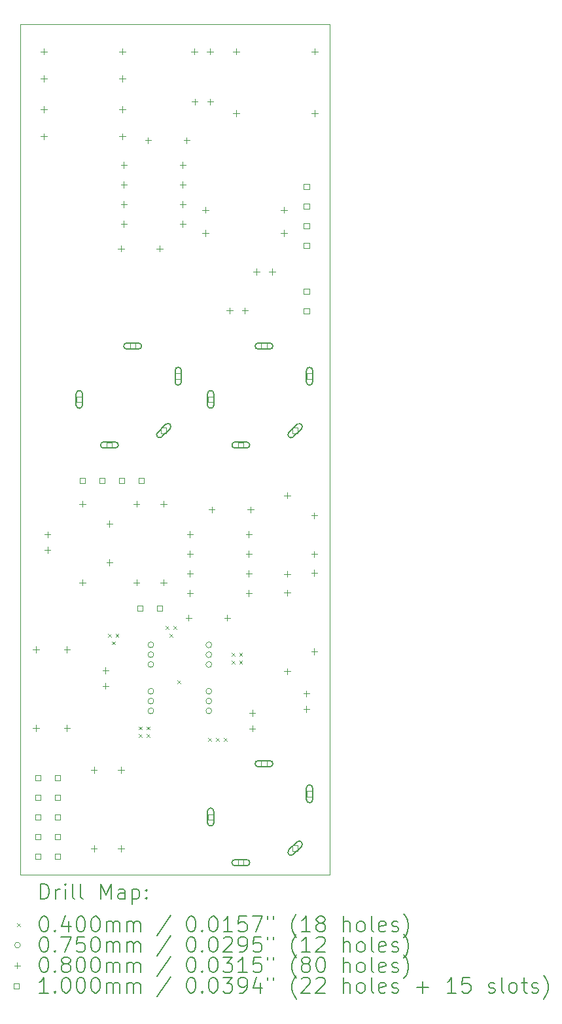
<source format=gbr>
%FSLAX45Y45*%
G04 Gerber Fmt 4.5, Leading zero omitted, Abs format (unit mm)*
G04 Created by KiCad (PCBNEW (6.0.0)) date 2022-04-30 23:24:47*
%MOMM*%
%LPD*%
G01*
G04 APERTURE LIST*
%TA.AperFunction,Profile*%
%ADD10C,0.050000*%
%TD*%
%ADD11C,0.200000*%
%ADD12C,0.040000*%
%ADD13C,0.075000*%
%ADD14C,0.080000*%
%ADD15C,0.100000*%
G04 APERTURE END LIST*
D10*
X16150000Y-3100000D02*
X16150000Y-14100000D01*
X16150000Y-3100000D02*
X20150000Y-3100000D01*
X20150000Y-14100000D02*
X16150000Y-14100000D01*
X20150000Y-3100000D02*
X20150000Y-14100000D01*
D11*
D12*
X17280000Y-10980000D02*
X17320000Y-11020000D01*
X17320000Y-10980000D02*
X17280000Y-11020000D01*
X17330000Y-11080000D02*
X17370000Y-11120000D01*
X17370000Y-11080000D02*
X17330000Y-11120000D01*
X17380000Y-10980000D02*
X17420000Y-11020000D01*
X17420000Y-10980000D02*
X17380000Y-11020000D01*
X17680000Y-12180000D02*
X17720000Y-12220000D01*
X17720000Y-12180000D02*
X17680000Y-12220000D01*
X17680000Y-12280000D02*
X17720000Y-12320000D01*
X17720000Y-12280000D02*
X17680000Y-12320000D01*
X17780000Y-12180000D02*
X17820000Y-12220000D01*
X17820000Y-12180000D02*
X17780000Y-12220000D01*
X17780000Y-12280000D02*
X17820000Y-12320000D01*
X17820000Y-12280000D02*
X17780000Y-12320000D01*
X18030000Y-10880000D02*
X18070000Y-10920000D01*
X18070000Y-10880000D02*
X18030000Y-10920000D01*
X18080000Y-10980000D02*
X18120000Y-11020000D01*
X18120000Y-10980000D02*
X18080000Y-11020000D01*
X18130000Y-10880000D02*
X18170000Y-10920000D01*
X18170000Y-10880000D02*
X18130000Y-10920000D01*
X18180000Y-11580000D02*
X18220000Y-11620000D01*
X18220000Y-11580000D02*
X18180000Y-11620000D01*
X18580000Y-12330000D02*
X18620000Y-12370000D01*
X18620000Y-12330000D02*
X18580000Y-12370000D01*
X18680000Y-12330000D02*
X18720000Y-12370000D01*
X18720000Y-12330000D02*
X18680000Y-12370000D01*
X18780000Y-12330000D02*
X18820000Y-12370000D01*
X18820000Y-12330000D02*
X18780000Y-12370000D01*
X18880000Y-11230000D02*
X18920000Y-11270000D01*
X18920000Y-11230000D02*
X18880000Y-11270000D01*
X18880000Y-11330000D02*
X18920000Y-11370000D01*
X18920000Y-11330000D02*
X18880000Y-11370000D01*
X18980000Y-11230000D02*
X19020000Y-11270000D01*
X19020000Y-11230000D02*
X18980000Y-11270000D01*
X18980000Y-11330000D02*
X19020000Y-11370000D01*
X19020000Y-11330000D02*
X18980000Y-11370000D01*
D13*
X17873500Y-11123000D02*
G75*
G03*
X17873500Y-11123000I-37500J0D01*
G01*
X17873500Y-11250000D02*
G75*
G03*
X17873500Y-11250000I-37500J0D01*
G01*
X17873500Y-11377000D02*
G75*
G03*
X17873500Y-11377000I-37500J0D01*
G01*
X17873500Y-11723000D02*
G75*
G03*
X17873500Y-11723000I-37500J0D01*
G01*
X17873500Y-11850000D02*
G75*
G03*
X17873500Y-11850000I-37500J0D01*
G01*
X17873500Y-11977000D02*
G75*
G03*
X17873500Y-11977000I-37500J0D01*
G01*
X18623500Y-11123000D02*
G75*
G03*
X18623500Y-11123000I-37500J0D01*
G01*
X18623500Y-11250000D02*
G75*
G03*
X18623500Y-11250000I-37500J0D01*
G01*
X18623500Y-11377000D02*
G75*
G03*
X18623500Y-11377000I-37500J0D01*
G01*
X18623500Y-11723000D02*
G75*
G03*
X18623500Y-11723000I-37500J0D01*
G01*
X18623500Y-11850000D02*
G75*
G03*
X18623500Y-11850000I-37500J0D01*
G01*
X18623500Y-11977000D02*
G75*
G03*
X18623500Y-11977000I-37500J0D01*
G01*
D14*
X16350000Y-11144000D02*
X16350000Y-11224000D01*
X16310000Y-11184000D02*
X16390000Y-11184000D01*
X16350000Y-12160000D02*
X16350000Y-12240000D01*
X16310000Y-12200000D02*
X16390000Y-12200000D01*
X16450000Y-3410000D02*
X16450000Y-3490000D01*
X16410000Y-3450000D02*
X16490000Y-3450000D01*
X16450000Y-3760000D02*
X16450000Y-3840000D01*
X16410000Y-3800000D02*
X16490000Y-3800000D01*
X16450000Y-4160000D02*
X16450000Y-4240000D01*
X16410000Y-4200000D02*
X16490000Y-4200000D01*
X16450000Y-4510000D02*
X16450000Y-4590000D01*
X16410000Y-4550000D02*
X16490000Y-4550000D01*
X16500000Y-9655511D02*
X16500000Y-9735511D01*
X16460000Y-9695511D02*
X16540000Y-9695511D01*
X16500000Y-9855511D02*
X16500000Y-9935511D01*
X16460000Y-9895511D02*
X16540000Y-9895511D01*
X16750000Y-11144000D02*
X16750000Y-11224000D01*
X16710000Y-11184000D02*
X16790000Y-11184000D01*
X16750000Y-12160000D02*
X16750000Y-12240000D01*
X16710000Y-12200000D02*
X16790000Y-12200000D01*
X16950000Y-9260000D02*
X16950000Y-9340000D01*
X16910000Y-9300000D02*
X16990000Y-9300000D01*
X16950000Y-10276000D02*
X16950000Y-10356000D01*
X16910000Y-10316000D02*
X16990000Y-10316000D01*
X17100000Y-12702000D02*
X17100000Y-12782000D01*
X17060000Y-12742000D02*
X17140000Y-12742000D01*
X17100000Y-13718000D02*
X17100000Y-13798000D01*
X17060000Y-13758000D02*
X17140000Y-13758000D01*
X17250000Y-11414489D02*
X17250000Y-11494489D01*
X17210000Y-11454489D02*
X17290000Y-11454489D01*
X17250000Y-11614489D02*
X17250000Y-11694489D01*
X17210000Y-11654489D02*
X17290000Y-11654489D01*
X17300000Y-9518000D02*
X17300000Y-9598000D01*
X17260000Y-9558000D02*
X17340000Y-9558000D01*
X17300000Y-10018000D02*
X17300000Y-10098000D01*
X17260000Y-10058000D02*
X17340000Y-10058000D01*
X17450000Y-5960000D02*
X17450000Y-6040000D01*
X17410000Y-6000000D02*
X17490000Y-6000000D01*
X17450000Y-12702000D02*
X17450000Y-12782000D01*
X17410000Y-12742000D02*
X17490000Y-12742000D01*
X17450000Y-13718000D02*
X17450000Y-13798000D01*
X17410000Y-13758000D02*
X17490000Y-13758000D01*
X17466000Y-3410000D02*
X17466000Y-3490000D01*
X17426000Y-3450000D02*
X17506000Y-3450000D01*
X17466000Y-3760000D02*
X17466000Y-3840000D01*
X17426000Y-3800000D02*
X17506000Y-3800000D01*
X17466000Y-4160000D02*
X17466000Y-4240000D01*
X17426000Y-4200000D02*
X17506000Y-4200000D01*
X17466000Y-4510000D02*
X17466000Y-4590000D01*
X17426000Y-4550000D02*
X17506000Y-4550000D01*
X17488000Y-4878000D02*
X17488000Y-4958000D01*
X17448000Y-4918000D02*
X17528000Y-4918000D01*
X17488000Y-5132000D02*
X17488000Y-5212000D01*
X17448000Y-5172000D02*
X17528000Y-5172000D01*
X17488000Y-5386000D02*
X17488000Y-5466000D01*
X17448000Y-5426000D02*
X17528000Y-5426000D01*
X17488000Y-5640000D02*
X17488000Y-5720000D01*
X17448000Y-5680000D02*
X17528000Y-5680000D01*
X17650000Y-9260000D02*
X17650000Y-9340000D01*
X17610000Y-9300000D02*
X17690000Y-9300000D01*
X17650000Y-10276000D02*
X17650000Y-10356000D01*
X17610000Y-10316000D02*
X17690000Y-10316000D01*
X17800000Y-4560000D02*
X17800000Y-4640000D01*
X17760000Y-4600000D02*
X17840000Y-4600000D01*
X17950000Y-5960000D02*
X17950000Y-6040000D01*
X17910000Y-6000000D02*
X17990000Y-6000000D01*
X18000000Y-9260000D02*
X18000000Y-9340000D01*
X17960000Y-9300000D02*
X18040000Y-9300000D01*
X18000000Y-10276000D02*
X18000000Y-10356000D01*
X17960000Y-10316000D02*
X18040000Y-10316000D01*
X18250000Y-4878000D02*
X18250000Y-4958000D01*
X18210000Y-4918000D02*
X18290000Y-4918000D01*
X18250000Y-5132000D02*
X18250000Y-5212000D01*
X18210000Y-5172000D02*
X18290000Y-5172000D01*
X18250000Y-5386000D02*
X18250000Y-5466000D01*
X18210000Y-5426000D02*
X18290000Y-5426000D01*
X18250000Y-5640000D02*
X18250000Y-5720000D01*
X18210000Y-5680000D02*
X18290000Y-5680000D01*
X18300000Y-4560000D02*
X18300000Y-4640000D01*
X18260000Y-4600000D02*
X18340000Y-4600000D01*
X18325000Y-10735000D02*
X18325000Y-10815000D01*
X18285000Y-10775000D02*
X18365000Y-10775000D01*
X18343000Y-9653000D02*
X18343000Y-9733000D01*
X18303000Y-9693000D02*
X18383000Y-9693000D01*
X18343000Y-9907000D02*
X18343000Y-9987000D01*
X18303000Y-9947000D02*
X18383000Y-9947000D01*
X18343000Y-10161000D02*
X18343000Y-10241000D01*
X18303000Y-10201000D02*
X18383000Y-10201000D01*
X18343000Y-10415000D02*
X18343000Y-10495000D01*
X18303000Y-10455000D02*
X18383000Y-10455000D01*
X18400000Y-3410000D02*
X18400000Y-3490000D01*
X18360000Y-3450000D02*
X18440000Y-3450000D01*
X18404489Y-4060000D02*
X18404489Y-4140000D01*
X18364489Y-4100000D02*
X18444489Y-4100000D01*
X18542000Y-5460000D02*
X18542000Y-5540000D01*
X18502000Y-5500000D02*
X18582000Y-5500000D01*
X18542000Y-5760000D02*
X18542000Y-5840000D01*
X18502000Y-5800000D02*
X18582000Y-5800000D01*
X18600000Y-3410000D02*
X18600000Y-3490000D01*
X18560000Y-3450000D02*
X18640000Y-3450000D01*
X18604489Y-4060000D02*
X18604489Y-4140000D01*
X18564489Y-4100000D02*
X18644489Y-4100000D01*
X18625000Y-9335000D02*
X18625000Y-9415000D01*
X18585000Y-9375000D02*
X18665000Y-9375000D01*
X18825000Y-10735000D02*
X18825000Y-10815000D01*
X18785000Y-10775000D02*
X18865000Y-10775000D01*
X18854489Y-6760000D02*
X18854489Y-6840000D01*
X18814489Y-6800000D02*
X18894489Y-6800000D01*
X18942000Y-3410000D02*
X18942000Y-3490000D01*
X18902000Y-3450000D02*
X18982000Y-3450000D01*
X18942000Y-4210000D02*
X18942000Y-4290000D01*
X18902000Y-4250000D02*
X18982000Y-4250000D01*
X19054489Y-6760000D02*
X19054489Y-6840000D01*
X19014489Y-6800000D02*
X19094489Y-6800000D01*
X19105000Y-9653000D02*
X19105000Y-9733000D01*
X19065000Y-9693000D02*
X19145000Y-9693000D01*
X19105000Y-9907000D02*
X19105000Y-9987000D01*
X19065000Y-9947000D02*
X19145000Y-9947000D01*
X19105000Y-10161000D02*
X19105000Y-10241000D01*
X19065000Y-10201000D02*
X19145000Y-10201000D01*
X19105000Y-10415000D02*
X19105000Y-10495000D01*
X19065000Y-10455000D02*
X19145000Y-10455000D01*
X19125000Y-9335000D02*
X19125000Y-9415000D01*
X19085000Y-9375000D02*
X19165000Y-9375000D01*
X19150000Y-11964489D02*
X19150000Y-12044489D01*
X19110000Y-12004489D02*
X19190000Y-12004489D01*
X19150000Y-12164489D02*
X19150000Y-12244489D01*
X19110000Y-12204489D02*
X19190000Y-12204489D01*
X19204489Y-6260000D02*
X19204489Y-6340000D01*
X19164489Y-6300000D02*
X19244489Y-6300000D01*
X19404489Y-6260000D02*
X19404489Y-6340000D01*
X19364489Y-6300000D02*
X19444489Y-6300000D01*
X19558000Y-5460000D02*
X19558000Y-5540000D01*
X19518000Y-5500000D02*
X19598000Y-5500000D01*
X19558000Y-5760000D02*
X19558000Y-5840000D01*
X19518000Y-5800000D02*
X19598000Y-5800000D01*
X19600000Y-9152000D02*
X19600000Y-9232000D01*
X19560000Y-9192000D02*
X19640000Y-9192000D01*
X19600000Y-10168000D02*
X19600000Y-10248000D01*
X19560000Y-10208000D02*
X19640000Y-10208000D01*
X19600000Y-10410000D02*
X19600000Y-10490000D01*
X19560000Y-10450000D02*
X19640000Y-10450000D01*
X19600000Y-11426000D02*
X19600000Y-11506000D01*
X19560000Y-11466000D02*
X19640000Y-11466000D01*
X19850000Y-11714489D02*
X19850000Y-11794489D01*
X19810000Y-11754489D02*
X19890000Y-11754489D01*
X19850000Y-11914489D02*
X19850000Y-11994489D01*
X19810000Y-11954489D02*
X19890000Y-11954489D01*
X19950000Y-9410000D02*
X19950000Y-9490000D01*
X19910000Y-9450000D02*
X19990000Y-9450000D01*
X19950000Y-9910000D02*
X19950000Y-9990000D01*
X19910000Y-9950000D02*
X19990000Y-9950000D01*
X19950000Y-10152000D02*
X19950000Y-10232000D01*
X19910000Y-10192000D02*
X19990000Y-10192000D01*
X19950000Y-11168000D02*
X19950000Y-11248000D01*
X19910000Y-11208000D02*
X19990000Y-11208000D01*
X19958000Y-3410000D02*
X19958000Y-3490000D01*
X19918000Y-3450000D02*
X19998000Y-3450000D01*
X19958000Y-4210000D02*
X19958000Y-4290000D01*
X19918000Y-4250000D02*
X19998000Y-4250000D01*
D15*
X16408856Y-12877856D02*
X16408856Y-12807144D01*
X16338144Y-12807144D01*
X16338144Y-12877856D01*
X16408856Y-12877856D01*
X16408856Y-13131856D02*
X16408856Y-13061144D01*
X16338144Y-13061144D01*
X16338144Y-13131856D01*
X16408856Y-13131856D01*
X16408856Y-13385856D02*
X16408856Y-13315144D01*
X16338144Y-13315144D01*
X16338144Y-13385856D01*
X16408856Y-13385856D01*
X16408856Y-13639856D02*
X16408856Y-13569144D01*
X16338144Y-13569144D01*
X16338144Y-13639856D01*
X16408856Y-13639856D01*
X16408856Y-13893856D02*
X16408856Y-13823144D01*
X16338144Y-13823144D01*
X16338144Y-13893856D01*
X16408856Y-13893856D01*
X16662856Y-12877856D02*
X16662856Y-12807144D01*
X16592144Y-12807144D01*
X16592144Y-12877856D01*
X16662856Y-12877856D01*
X16662856Y-13131856D02*
X16662856Y-13061144D01*
X16592144Y-13061144D01*
X16592144Y-13131856D01*
X16662856Y-13131856D01*
X16662856Y-13385856D02*
X16662856Y-13315144D01*
X16592144Y-13315144D01*
X16592144Y-13385856D01*
X16662856Y-13385856D01*
X16662856Y-13639856D02*
X16662856Y-13569144D01*
X16592144Y-13569144D01*
X16592144Y-13639856D01*
X16662856Y-13639856D01*
X16662856Y-13893856D02*
X16662856Y-13823144D01*
X16592144Y-13823144D01*
X16592144Y-13893856D01*
X16662856Y-13893856D01*
X16945356Y-7985356D02*
X16945356Y-7914644D01*
X16874644Y-7914644D01*
X16874644Y-7985356D01*
X16945356Y-7985356D01*
D11*
X16870000Y-7875000D02*
X16870000Y-8025000D01*
X16950000Y-7875000D02*
X16950000Y-8025000D01*
X16870000Y-8025000D02*
G75*
G03*
X16950000Y-8025000I40000J0D01*
G01*
X16950000Y-7875000D02*
G75*
G03*
X16870000Y-7875000I-40000J0D01*
G01*
D15*
X16985356Y-9035356D02*
X16985356Y-8964644D01*
X16914644Y-8964644D01*
X16914644Y-9035356D01*
X16985356Y-9035356D01*
X17239356Y-9035356D02*
X17239356Y-8964644D01*
X17168644Y-8964644D01*
X17168644Y-9035356D01*
X17239356Y-9035356D01*
X17335356Y-8575356D02*
X17335356Y-8504644D01*
X17264644Y-8504644D01*
X17264644Y-8575356D01*
X17335356Y-8575356D01*
D11*
X17375000Y-8500000D02*
X17225000Y-8500000D01*
X17375000Y-8580000D02*
X17225000Y-8580000D01*
X17225000Y-8500000D02*
G75*
G03*
X17225000Y-8580000I0J-40000D01*
G01*
X17375000Y-8580000D02*
G75*
G03*
X17375000Y-8500000I0J40000D01*
G01*
D15*
X17493356Y-9035356D02*
X17493356Y-8964644D01*
X17422644Y-8964644D01*
X17422644Y-9035356D01*
X17493356Y-9035356D01*
X17635356Y-7295356D02*
X17635356Y-7224644D01*
X17564644Y-7224644D01*
X17564644Y-7295356D01*
X17635356Y-7295356D01*
D11*
X17675000Y-7220000D02*
X17525000Y-7220000D01*
X17675000Y-7300000D02*
X17525000Y-7300000D01*
X17525000Y-7220000D02*
G75*
G03*
X17525000Y-7300000I0J-40000D01*
G01*
X17675000Y-7300000D02*
G75*
G03*
X17675000Y-7220000I0J40000D01*
G01*
D15*
X17731356Y-10685356D02*
X17731356Y-10614644D01*
X17660644Y-10614644D01*
X17660644Y-10685356D01*
X17731356Y-10685356D01*
X17747356Y-9035356D02*
X17747356Y-8964644D01*
X17676644Y-8964644D01*
X17676644Y-9035356D01*
X17747356Y-9035356D01*
X17985356Y-10685356D02*
X17985356Y-10614644D01*
X17914644Y-10614644D01*
X17914644Y-10685356D01*
X17985356Y-10685356D01*
X18038356Y-8388356D02*
X18038356Y-8317644D01*
X17967644Y-8317644D01*
X17967644Y-8388356D01*
X18038356Y-8388356D01*
D11*
X17978251Y-8434317D02*
X18084317Y-8328251D01*
X17921683Y-8377749D02*
X18027749Y-8271683D01*
X18084317Y-8328251D02*
G75*
G03*
X18027749Y-8271683I-28284J28284D01*
G01*
X17921683Y-8377749D02*
G75*
G03*
X17978251Y-8434317I28284J-28284D01*
G01*
D15*
X18225356Y-7685356D02*
X18225356Y-7614644D01*
X18154644Y-7614644D01*
X18154644Y-7685356D01*
X18225356Y-7685356D01*
D11*
X18230000Y-7725000D02*
X18230000Y-7575000D01*
X18150000Y-7725000D02*
X18150000Y-7575000D01*
X18230000Y-7575000D02*
G75*
G03*
X18150000Y-7575000I-40000J0D01*
G01*
X18150000Y-7725000D02*
G75*
G03*
X18230000Y-7725000I40000J0D01*
G01*
D15*
X18645356Y-7985356D02*
X18645356Y-7914644D01*
X18574644Y-7914644D01*
X18574644Y-7985356D01*
X18645356Y-7985356D01*
D11*
X18570000Y-7875000D02*
X18570000Y-8025000D01*
X18650000Y-7875000D02*
X18650000Y-8025000D01*
X18570000Y-8025000D02*
G75*
G03*
X18650000Y-8025000I40000J0D01*
G01*
X18650000Y-7875000D02*
G75*
G03*
X18570000Y-7875000I-40000J0D01*
G01*
D15*
X18645356Y-13385356D02*
X18645356Y-13314644D01*
X18574644Y-13314644D01*
X18574644Y-13385356D01*
X18645356Y-13385356D01*
D11*
X18570000Y-13275000D02*
X18570000Y-13425000D01*
X18650000Y-13275000D02*
X18650000Y-13425000D01*
X18570000Y-13425000D02*
G75*
G03*
X18650000Y-13425000I40000J0D01*
G01*
X18650000Y-13275000D02*
G75*
G03*
X18570000Y-13275000I-40000J0D01*
G01*
D15*
X19035356Y-8575356D02*
X19035356Y-8504644D01*
X18964644Y-8504644D01*
X18964644Y-8575356D01*
X19035356Y-8575356D01*
D11*
X19075000Y-8500000D02*
X18925000Y-8500000D01*
X19075000Y-8580000D02*
X18925000Y-8580000D01*
X18925000Y-8500000D02*
G75*
G03*
X18925000Y-8580000I0J-40000D01*
G01*
X19075000Y-8580000D02*
G75*
G03*
X19075000Y-8500000I0J40000D01*
G01*
D15*
X19035356Y-13975356D02*
X19035356Y-13904644D01*
X18964644Y-13904644D01*
X18964644Y-13975356D01*
X19035356Y-13975356D01*
D11*
X19075000Y-13900000D02*
X18925000Y-13900000D01*
X19075000Y-13980000D02*
X18925000Y-13980000D01*
X18925000Y-13900000D02*
G75*
G03*
X18925000Y-13980000I0J-40000D01*
G01*
X19075000Y-13980000D02*
G75*
G03*
X19075000Y-13900000I0J40000D01*
G01*
D15*
X19335356Y-7295356D02*
X19335356Y-7224644D01*
X19264644Y-7224644D01*
X19264644Y-7295356D01*
X19335356Y-7295356D01*
D11*
X19375000Y-7220000D02*
X19225000Y-7220000D01*
X19375000Y-7300000D02*
X19225000Y-7300000D01*
X19225000Y-7220000D02*
G75*
G03*
X19225000Y-7300000I0J-40000D01*
G01*
X19375000Y-7300000D02*
G75*
G03*
X19375000Y-7220000I0J40000D01*
G01*
D15*
X19335356Y-12695356D02*
X19335356Y-12624644D01*
X19264644Y-12624644D01*
X19264644Y-12695356D01*
X19335356Y-12695356D01*
D11*
X19375000Y-12620000D02*
X19225000Y-12620000D01*
X19375000Y-12700000D02*
X19225000Y-12700000D01*
X19225000Y-12620000D02*
G75*
G03*
X19225000Y-12700000I0J-40000D01*
G01*
X19375000Y-12700000D02*
G75*
G03*
X19375000Y-12620000I0J40000D01*
G01*
D15*
X19738356Y-8388356D02*
X19738356Y-8317644D01*
X19667644Y-8317644D01*
X19667644Y-8388356D01*
X19738356Y-8388356D01*
D11*
X19678251Y-8434317D02*
X19784317Y-8328251D01*
X19621683Y-8377749D02*
X19727749Y-8271683D01*
X19784317Y-8328251D02*
G75*
G03*
X19727749Y-8271683I-28284J28284D01*
G01*
X19621683Y-8377749D02*
G75*
G03*
X19678251Y-8434317I28284J-28284D01*
G01*
D15*
X19738356Y-13788356D02*
X19738356Y-13717644D01*
X19667644Y-13717644D01*
X19667644Y-13788356D01*
X19738356Y-13788356D01*
D11*
X19678251Y-13834317D02*
X19784317Y-13728251D01*
X19621683Y-13777749D02*
X19727749Y-13671683D01*
X19784317Y-13728251D02*
G75*
G03*
X19727749Y-13671683I-28284J28284D01*
G01*
X19621683Y-13777749D02*
G75*
G03*
X19678251Y-13834317I28284J-28284D01*
G01*
D15*
X19885356Y-5235356D02*
X19885356Y-5164644D01*
X19814644Y-5164644D01*
X19814644Y-5235356D01*
X19885356Y-5235356D01*
X19885356Y-5489356D02*
X19885356Y-5418644D01*
X19814644Y-5418644D01*
X19814644Y-5489356D01*
X19885356Y-5489356D01*
X19885356Y-5743356D02*
X19885356Y-5672644D01*
X19814644Y-5672644D01*
X19814644Y-5743356D01*
X19885356Y-5743356D01*
X19885356Y-5997356D02*
X19885356Y-5926644D01*
X19814644Y-5926644D01*
X19814644Y-5997356D01*
X19885356Y-5997356D01*
X19885356Y-6585356D02*
X19885356Y-6514644D01*
X19814644Y-6514644D01*
X19814644Y-6585356D01*
X19885356Y-6585356D01*
X19885356Y-6839356D02*
X19885356Y-6768644D01*
X19814644Y-6768644D01*
X19814644Y-6839356D01*
X19885356Y-6839356D01*
X19925356Y-7685356D02*
X19925356Y-7614644D01*
X19854644Y-7614644D01*
X19854644Y-7685356D01*
X19925356Y-7685356D01*
D11*
X19930000Y-7725000D02*
X19930000Y-7575000D01*
X19850000Y-7725000D02*
X19850000Y-7575000D01*
X19930000Y-7575000D02*
G75*
G03*
X19850000Y-7575000I-40000J0D01*
G01*
X19850000Y-7725000D02*
G75*
G03*
X19930000Y-7725000I40000J0D01*
G01*
D15*
X19925356Y-13085356D02*
X19925356Y-13014644D01*
X19854644Y-13014644D01*
X19854644Y-13085356D01*
X19925356Y-13085356D01*
D11*
X19930000Y-13125000D02*
X19930000Y-12975000D01*
X19850000Y-13125000D02*
X19850000Y-12975000D01*
X19930000Y-12975000D02*
G75*
G03*
X19850000Y-12975000I-40000J0D01*
G01*
X19850000Y-13125000D02*
G75*
G03*
X19930000Y-13125000I40000J0D01*
G01*
X16405119Y-14412976D02*
X16405119Y-14212976D01*
X16452738Y-14212976D01*
X16481309Y-14222500D01*
X16500357Y-14241548D01*
X16509881Y-14260595D01*
X16519405Y-14298690D01*
X16519405Y-14327262D01*
X16509881Y-14365357D01*
X16500357Y-14384405D01*
X16481309Y-14403452D01*
X16452738Y-14412976D01*
X16405119Y-14412976D01*
X16605119Y-14412976D02*
X16605119Y-14279643D01*
X16605119Y-14317738D02*
X16614643Y-14298690D01*
X16624167Y-14289167D01*
X16643214Y-14279643D01*
X16662262Y-14279643D01*
X16728928Y-14412976D02*
X16728928Y-14279643D01*
X16728928Y-14212976D02*
X16719405Y-14222500D01*
X16728928Y-14232024D01*
X16738452Y-14222500D01*
X16728928Y-14212976D01*
X16728928Y-14232024D01*
X16852738Y-14412976D02*
X16833690Y-14403452D01*
X16824167Y-14384405D01*
X16824167Y-14212976D01*
X16957500Y-14412976D02*
X16938452Y-14403452D01*
X16928929Y-14384405D01*
X16928929Y-14212976D01*
X17186071Y-14412976D02*
X17186071Y-14212976D01*
X17252738Y-14355833D01*
X17319405Y-14212976D01*
X17319405Y-14412976D01*
X17500357Y-14412976D02*
X17500357Y-14308214D01*
X17490833Y-14289167D01*
X17471786Y-14279643D01*
X17433690Y-14279643D01*
X17414643Y-14289167D01*
X17500357Y-14403452D02*
X17481310Y-14412976D01*
X17433690Y-14412976D01*
X17414643Y-14403452D01*
X17405119Y-14384405D01*
X17405119Y-14365357D01*
X17414643Y-14346309D01*
X17433690Y-14336786D01*
X17481310Y-14336786D01*
X17500357Y-14327262D01*
X17595595Y-14279643D02*
X17595595Y-14479643D01*
X17595595Y-14289167D02*
X17614643Y-14279643D01*
X17652738Y-14279643D01*
X17671786Y-14289167D01*
X17681310Y-14298690D01*
X17690833Y-14317738D01*
X17690833Y-14374881D01*
X17681310Y-14393928D01*
X17671786Y-14403452D01*
X17652738Y-14412976D01*
X17614643Y-14412976D01*
X17595595Y-14403452D01*
X17776548Y-14393928D02*
X17786071Y-14403452D01*
X17776548Y-14412976D01*
X17767024Y-14403452D01*
X17776548Y-14393928D01*
X17776548Y-14412976D01*
X17776548Y-14289167D02*
X17786071Y-14298690D01*
X17776548Y-14308214D01*
X17767024Y-14298690D01*
X17776548Y-14289167D01*
X17776548Y-14308214D01*
D12*
X16107500Y-14722500D02*
X16147500Y-14762500D01*
X16147500Y-14722500D02*
X16107500Y-14762500D01*
D11*
X16443214Y-14632976D02*
X16462262Y-14632976D01*
X16481309Y-14642500D01*
X16490833Y-14652024D01*
X16500357Y-14671071D01*
X16509881Y-14709167D01*
X16509881Y-14756786D01*
X16500357Y-14794881D01*
X16490833Y-14813928D01*
X16481309Y-14823452D01*
X16462262Y-14832976D01*
X16443214Y-14832976D01*
X16424167Y-14823452D01*
X16414643Y-14813928D01*
X16405119Y-14794881D01*
X16395595Y-14756786D01*
X16395595Y-14709167D01*
X16405119Y-14671071D01*
X16414643Y-14652024D01*
X16424167Y-14642500D01*
X16443214Y-14632976D01*
X16595595Y-14813928D02*
X16605119Y-14823452D01*
X16595595Y-14832976D01*
X16586071Y-14823452D01*
X16595595Y-14813928D01*
X16595595Y-14832976D01*
X16776548Y-14699643D02*
X16776548Y-14832976D01*
X16728928Y-14623452D02*
X16681309Y-14766309D01*
X16805119Y-14766309D01*
X16919405Y-14632976D02*
X16938452Y-14632976D01*
X16957500Y-14642500D01*
X16967024Y-14652024D01*
X16976548Y-14671071D01*
X16986071Y-14709167D01*
X16986071Y-14756786D01*
X16976548Y-14794881D01*
X16967024Y-14813928D01*
X16957500Y-14823452D01*
X16938452Y-14832976D01*
X16919405Y-14832976D01*
X16900357Y-14823452D01*
X16890833Y-14813928D01*
X16881310Y-14794881D01*
X16871786Y-14756786D01*
X16871786Y-14709167D01*
X16881310Y-14671071D01*
X16890833Y-14652024D01*
X16900357Y-14642500D01*
X16919405Y-14632976D01*
X17109881Y-14632976D02*
X17128929Y-14632976D01*
X17147976Y-14642500D01*
X17157500Y-14652024D01*
X17167024Y-14671071D01*
X17176548Y-14709167D01*
X17176548Y-14756786D01*
X17167024Y-14794881D01*
X17157500Y-14813928D01*
X17147976Y-14823452D01*
X17128929Y-14832976D01*
X17109881Y-14832976D01*
X17090833Y-14823452D01*
X17081310Y-14813928D01*
X17071786Y-14794881D01*
X17062262Y-14756786D01*
X17062262Y-14709167D01*
X17071786Y-14671071D01*
X17081310Y-14652024D01*
X17090833Y-14642500D01*
X17109881Y-14632976D01*
X17262262Y-14832976D02*
X17262262Y-14699643D01*
X17262262Y-14718690D02*
X17271786Y-14709167D01*
X17290833Y-14699643D01*
X17319405Y-14699643D01*
X17338452Y-14709167D01*
X17347976Y-14728214D01*
X17347976Y-14832976D01*
X17347976Y-14728214D02*
X17357500Y-14709167D01*
X17376548Y-14699643D01*
X17405119Y-14699643D01*
X17424167Y-14709167D01*
X17433690Y-14728214D01*
X17433690Y-14832976D01*
X17528929Y-14832976D02*
X17528929Y-14699643D01*
X17528929Y-14718690D02*
X17538452Y-14709167D01*
X17557500Y-14699643D01*
X17586071Y-14699643D01*
X17605119Y-14709167D01*
X17614643Y-14728214D01*
X17614643Y-14832976D01*
X17614643Y-14728214D02*
X17624167Y-14709167D01*
X17643214Y-14699643D01*
X17671786Y-14699643D01*
X17690833Y-14709167D01*
X17700357Y-14728214D01*
X17700357Y-14832976D01*
X18090833Y-14623452D02*
X17919405Y-14880595D01*
X18347976Y-14632976D02*
X18367024Y-14632976D01*
X18386071Y-14642500D01*
X18395595Y-14652024D01*
X18405119Y-14671071D01*
X18414643Y-14709167D01*
X18414643Y-14756786D01*
X18405119Y-14794881D01*
X18395595Y-14813928D01*
X18386071Y-14823452D01*
X18367024Y-14832976D01*
X18347976Y-14832976D01*
X18328929Y-14823452D01*
X18319405Y-14813928D01*
X18309881Y-14794881D01*
X18300357Y-14756786D01*
X18300357Y-14709167D01*
X18309881Y-14671071D01*
X18319405Y-14652024D01*
X18328929Y-14642500D01*
X18347976Y-14632976D01*
X18500357Y-14813928D02*
X18509881Y-14823452D01*
X18500357Y-14832976D01*
X18490833Y-14823452D01*
X18500357Y-14813928D01*
X18500357Y-14832976D01*
X18633690Y-14632976D02*
X18652738Y-14632976D01*
X18671786Y-14642500D01*
X18681310Y-14652024D01*
X18690833Y-14671071D01*
X18700357Y-14709167D01*
X18700357Y-14756786D01*
X18690833Y-14794881D01*
X18681310Y-14813928D01*
X18671786Y-14823452D01*
X18652738Y-14832976D01*
X18633690Y-14832976D01*
X18614643Y-14823452D01*
X18605119Y-14813928D01*
X18595595Y-14794881D01*
X18586071Y-14756786D01*
X18586071Y-14709167D01*
X18595595Y-14671071D01*
X18605119Y-14652024D01*
X18614643Y-14642500D01*
X18633690Y-14632976D01*
X18890833Y-14832976D02*
X18776548Y-14832976D01*
X18833690Y-14832976D02*
X18833690Y-14632976D01*
X18814643Y-14661548D01*
X18795595Y-14680595D01*
X18776548Y-14690119D01*
X19071786Y-14632976D02*
X18976548Y-14632976D01*
X18967024Y-14728214D01*
X18976548Y-14718690D01*
X18995595Y-14709167D01*
X19043214Y-14709167D01*
X19062262Y-14718690D01*
X19071786Y-14728214D01*
X19081310Y-14747262D01*
X19081310Y-14794881D01*
X19071786Y-14813928D01*
X19062262Y-14823452D01*
X19043214Y-14832976D01*
X18995595Y-14832976D01*
X18976548Y-14823452D01*
X18967024Y-14813928D01*
X19147976Y-14632976D02*
X19281310Y-14632976D01*
X19195595Y-14832976D01*
X19347976Y-14632976D02*
X19347976Y-14671071D01*
X19424167Y-14632976D02*
X19424167Y-14671071D01*
X19719405Y-14909167D02*
X19709881Y-14899643D01*
X19690833Y-14871071D01*
X19681310Y-14852024D01*
X19671786Y-14823452D01*
X19662262Y-14775833D01*
X19662262Y-14737738D01*
X19671786Y-14690119D01*
X19681310Y-14661548D01*
X19690833Y-14642500D01*
X19709881Y-14613928D01*
X19719405Y-14604405D01*
X19900357Y-14832976D02*
X19786071Y-14832976D01*
X19843214Y-14832976D02*
X19843214Y-14632976D01*
X19824167Y-14661548D01*
X19805119Y-14680595D01*
X19786071Y-14690119D01*
X20014643Y-14718690D02*
X19995595Y-14709167D01*
X19986071Y-14699643D01*
X19976548Y-14680595D01*
X19976548Y-14671071D01*
X19986071Y-14652024D01*
X19995595Y-14642500D01*
X20014643Y-14632976D01*
X20052738Y-14632976D01*
X20071786Y-14642500D01*
X20081310Y-14652024D01*
X20090833Y-14671071D01*
X20090833Y-14680595D01*
X20081310Y-14699643D01*
X20071786Y-14709167D01*
X20052738Y-14718690D01*
X20014643Y-14718690D01*
X19995595Y-14728214D01*
X19986071Y-14737738D01*
X19976548Y-14756786D01*
X19976548Y-14794881D01*
X19986071Y-14813928D01*
X19995595Y-14823452D01*
X20014643Y-14832976D01*
X20052738Y-14832976D01*
X20071786Y-14823452D01*
X20081310Y-14813928D01*
X20090833Y-14794881D01*
X20090833Y-14756786D01*
X20081310Y-14737738D01*
X20071786Y-14728214D01*
X20052738Y-14718690D01*
X20328929Y-14832976D02*
X20328929Y-14632976D01*
X20414643Y-14832976D02*
X20414643Y-14728214D01*
X20405119Y-14709167D01*
X20386071Y-14699643D01*
X20357500Y-14699643D01*
X20338452Y-14709167D01*
X20328929Y-14718690D01*
X20538452Y-14832976D02*
X20519405Y-14823452D01*
X20509881Y-14813928D01*
X20500357Y-14794881D01*
X20500357Y-14737738D01*
X20509881Y-14718690D01*
X20519405Y-14709167D01*
X20538452Y-14699643D01*
X20567024Y-14699643D01*
X20586071Y-14709167D01*
X20595595Y-14718690D01*
X20605119Y-14737738D01*
X20605119Y-14794881D01*
X20595595Y-14813928D01*
X20586071Y-14823452D01*
X20567024Y-14832976D01*
X20538452Y-14832976D01*
X20719405Y-14832976D02*
X20700357Y-14823452D01*
X20690833Y-14804405D01*
X20690833Y-14632976D01*
X20871786Y-14823452D02*
X20852738Y-14832976D01*
X20814643Y-14832976D01*
X20795595Y-14823452D01*
X20786071Y-14804405D01*
X20786071Y-14728214D01*
X20795595Y-14709167D01*
X20814643Y-14699643D01*
X20852738Y-14699643D01*
X20871786Y-14709167D01*
X20881310Y-14728214D01*
X20881310Y-14747262D01*
X20786071Y-14766309D01*
X20957500Y-14823452D02*
X20976548Y-14832976D01*
X21014643Y-14832976D01*
X21033690Y-14823452D01*
X21043214Y-14804405D01*
X21043214Y-14794881D01*
X21033690Y-14775833D01*
X21014643Y-14766309D01*
X20986071Y-14766309D01*
X20967024Y-14756786D01*
X20957500Y-14737738D01*
X20957500Y-14728214D01*
X20967024Y-14709167D01*
X20986071Y-14699643D01*
X21014643Y-14699643D01*
X21033690Y-14709167D01*
X21109881Y-14909167D02*
X21119405Y-14899643D01*
X21138452Y-14871071D01*
X21147976Y-14852024D01*
X21157500Y-14823452D01*
X21167024Y-14775833D01*
X21167024Y-14737738D01*
X21157500Y-14690119D01*
X21147976Y-14661548D01*
X21138452Y-14642500D01*
X21119405Y-14613928D01*
X21109881Y-14604405D01*
D13*
X16147500Y-15006500D02*
G75*
G03*
X16147500Y-15006500I-37500J0D01*
G01*
D11*
X16443214Y-14896976D02*
X16462262Y-14896976D01*
X16481309Y-14906500D01*
X16490833Y-14916024D01*
X16500357Y-14935071D01*
X16509881Y-14973167D01*
X16509881Y-15020786D01*
X16500357Y-15058881D01*
X16490833Y-15077928D01*
X16481309Y-15087452D01*
X16462262Y-15096976D01*
X16443214Y-15096976D01*
X16424167Y-15087452D01*
X16414643Y-15077928D01*
X16405119Y-15058881D01*
X16395595Y-15020786D01*
X16395595Y-14973167D01*
X16405119Y-14935071D01*
X16414643Y-14916024D01*
X16424167Y-14906500D01*
X16443214Y-14896976D01*
X16595595Y-15077928D02*
X16605119Y-15087452D01*
X16595595Y-15096976D01*
X16586071Y-15087452D01*
X16595595Y-15077928D01*
X16595595Y-15096976D01*
X16671786Y-14896976D02*
X16805119Y-14896976D01*
X16719405Y-15096976D01*
X16976548Y-14896976D02*
X16881310Y-14896976D01*
X16871786Y-14992214D01*
X16881310Y-14982690D01*
X16900357Y-14973167D01*
X16947976Y-14973167D01*
X16967024Y-14982690D01*
X16976548Y-14992214D01*
X16986071Y-15011262D01*
X16986071Y-15058881D01*
X16976548Y-15077928D01*
X16967024Y-15087452D01*
X16947976Y-15096976D01*
X16900357Y-15096976D01*
X16881310Y-15087452D01*
X16871786Y-15077928D01*
X17109881Y-14896976D02*
X17128929Y-14896976D01*
X17147976Y-14906500D01*
X17157500Y-14916024D01*
X17167024Y-14935071D01*
X17176548Y-14973167D01*
X17176548Y-15020786D01*
X17167024Y-15058881D01*
X17157500Y-15077928D01*
X17147976Y-15087452D01*
X17128929Y-15096976D01*
X17109881Y-15096976D01*
X17090833Y-15087452D01*
X17081310Y-15077928D01*
X17071786Y-15058881D01*
X17062262Y-15020786D01*
X17062262Y-14973167D01*
X17071786Y-14935071D01*
X17081310Y-14916024D01*
X17090833Y-14906500D01*
X17109881Y-14896976D01*
X17262262Y-15096976D02*
X17262262Y-14963643D01*
X17262262Y-14982690D02*
X17271786Y-14973167D01*
X17290833Y-14963643D01*
X17319405Y-14963643D01*
X17338452Y-14973167D01*
X17347976Y-14992214D01*
X17347976Y-15096976D01*
X17347976Y-14992214D02*
X17357500Y-14973167D01*
X17376548Y-14963643D01*
X17405119Y-14963643D01*
X17424167Y-14973167D01*
X17433690Y-14992214D01*
X17433690Y-15096976D01*
X17528929Y-15096976D02*
X17528929Y-14963643D01*
X17528929Y-14982690D02*
X17538452Y-14973167D01*
X17557500Y-14963643D01*
X17586071Y-14963643D01*
X17605119Y-14973167D01*
X17614643Y-14992214D01*
X17614643Y-15096976D01*
X17614643Y-14992214D02*
X17624167Y-14973167D01*
X17643214Y-14963643D01*
X17671786Y-14963643D01*
X17690833Y-14973167D01*
X17700357Y-14992214D01*
X17700357Y-15096976D01*
X18090833Y-14887452D02*
X17919405Y-15144595D01*
X18347976Y-14896976D02*
X18367024Y-14896976D01*
X18386071Y-14906500D01*
X18395595Y-14916024D01*
X18405119Y-14935071D01*
X18414643Y-14973167D01*
X18414643Y-15020786D01*
X18405119Y-15058881D01*
X18395595Y-15077928D01*
X18386071Y-15087452D01*
X18367024Y-15096976D01*
X18347976Y-15096976D01*
X18328929Y-15087452D01*
X18319405Y-15077928D01*
X18309881Y-15058881D01*
X18300357Y-15020786D01*
X18300357Y-14973167D01*
X18309881Y-14935071D01*
X18319405Y-14916024D01*
X18328929Y-14906500D01*
X18347976Y-14896976D01*
X18500357Y-15077928D02*
X18509881Y-15087452D01*
X18500357Y-15096976D01*
X18490833Y-15087452D01*
X18500357Y-15077928D01*
X18500357Y-15096976D01*
X18633690Y-14896976D02*
X18652738Y-14896976D01*
X18671786Y-14906500D01*
X18681310Y-14916024D01*
X18690833Y-14935071D01*
X18700357Y-14973167D01*
X18700357Y-15020786D01*
X18690833Y-15058881D01*
X18681310Y-15077928D01*
X18671786Y-15087452D01*
X18652738Y-15096976D01*
X18633690Y-15096976D01*
X18614643Y-15087452D01*
X18605119Y-15077928D01*
X18595595Y-15058881D01*
X18586071Y-15020786D01*
X18586071Y-14973167D01*
X18595595Y-14935071D01*
X18605119Y-14916024D01*
X18614643Y-14906500D01*
X18633690Y-14896976D01*
X18776548Y-14916024D02*
X18786071Y-14906500D01*
X18805119Y-14896976D01*
X18852738Y-14896976D01*
X18871786Y-14906500D01*
X18881310Y-14916024D01*
X18890833Y-14935071D01*
X18890833Y-14954119D01*
X18881310Y-14982690D01*
X18767024Y-15096976D01*
X18890833Y-15096976D01*
X18986071Y-15096976D02*
X19024167Y-15096976D01*
X19043214Y-15087452D01*
X19052738Y-15077928D01*
X19071786Y-15049357D01*
X19081310Y-15011262D01*
X19081310Y-14935071D01*
X19071786Y-14916024D01*
X19062262Y-14906500D01*
X19043214Y-14896976D01*
X19005119Y-14896976D01*
X18986071Y-14906500D01*
X18976548Y-14916024D01*
X18967024Y-14935071D01*
X18967024Y-14982690D01*
X18976548Y-15001738D01*
X18986071Y-15011262D01*
X19005119Y-15020786D01*
X19043214Y-15020786D01*
X19062262Y-15011262D01*
X19071786Y-15001738D01*
X19081310Y-14982690D01*
X19262262Y-14896976D02*
X19167024Y-14896976D01*
X19157500Y-14992214D01*
X19167024Y-14982690D01*
X19186071Y-14973167D01*
X19233690Y-14973167D01*
X19252738Y-14982690D01*
X19262262Y-14992214D01*
X19271786Y-15011262D01*
X19271786Y-15058881D01*
X19262262Y-15077928D01*
X19252738Y-15087452D01*
X19233690Y-15096976D01*
X19186071Y-15096976D01*
X19167024Y-15087452D01*
X19157500Y-15077928D01*
X19347976Y-14896976D02*
X19347976Y-14935071D01*
X19424167Y-14896976D02*
X19424167Y-14935071D01*
X19719405Y-15173167D02*
X19709881Y-15163643D01*
X19690833Y-15135071D01*
X19681310Y-15116024D01*
X19671786Y-15087452D01*
X19662262Y-15039833D01*
X19662262Y-15001738D01*
X19671786Y-14954119D01*
X19681310Y-14925548D01*
X19690833Y-14906500D01*
X19709881Y-14877928D01*
X19719405Y-14868405D01*
X19900357Y-15096976D02*
X19786071Y-15096976D01*
X19843214Y-15096976D02*
X19843214Y-14896976D01*
X19824167Y-14925548D01*
X19805119Y-14944595D01*
X19786071Y-14954119D01*
X19976548Y-14916024D02*
X19986071Y-14906500D01*
X20005119Y-14896976D01*
X20052738Y-14896976D01*
X20071786Y-14906500D01*
X20081310Y-14916024D01*
X20090833Y-14935071D01*
X20090833Y-14954119D01*
X20081310Y-14982690D01*
X19967024Y-15096976D01*
X20090833Y-15096976D01*
X20328929Y-15096976D02*
X20328929Y-14896976D01*
X20414643Y-15096976D02*
X20414643Y-14992214D01*
X20405119Y-14973167D01*
X20386071Y-14963643D01*
X20357500Y-14963643D01*
X20338452Y-14973167D01*
X20328929Y-14982690D01*
X20538452Y-15096976D02*
X20519405Y-15087452D01*
X20509881Y-15077928D01*
X20500357Y-15058881D01*
X20500357Y-15001738D01*
X20509881Y-14982690D01*
X20519405Y-14973167D01*
X20538452Y-14963643D01*
X20567024Y-14963643D01*
X20586071Y-14973167D01*
X20595595Y-14982690D01*
X20605119Y-15001738D01*
X20605119Y-15058881D01*
X20595595Y-15077928D01*
X20586071Y-15087452D01*
X20567024Y-15096976D01*
X20538452Y-15096976D01*
X20719405Y-15096976D02*
X20700357Y-15087452D01*
X20690833Y-15068405D01*
X20690833Y-14896976D01*
X20871786Y-15087452D02*
X20852738Y-15096976D01*
X20814643Y-15096976D01*
X20795595Y-15087452D01*
X20786071Y-15068405D01*
X20786071Y-14992214D01*
X20795595Y-14973167D01*
X20814643Y-14963643D01*
X20852738Y-14963643D01*
X20871786Y-14973167D01*
X20881310Y-14992214D01*
X20881310Y-15011262D01*
X20786071Y-15030309D01*
X20957500Y-15087452D02*
X20976548Y-15096976D01*
X21014643Y-15096976D01*
X21033690Y-15087452D01*
X21043214Y-15068405D01*
X21043214Y-15058881D01*
X21033690Y-15039833D01*
X21014643Y-15030309D01*
X20986071Y-15030309D01*
X20967024Y-15020786D01*
X20957500Y-15001738D01*
X20957500Y-14992214D01*
X20967024Y-14973167D01*
X20986071Y-14963643D01*
X21014643Y-14963643D01*
X21033690Y-14973167D01*
X21109881Y-15173167D02*
X21119405Y-15163643D01*
X21138452Y-15135071D01*
X21147976Y-15116024D01*
X21157500Y-15087452D01*
X21167024Y-15039833D01*
X21167024Y-15001738D01*
X21157500Y-14954119D01*
X21147976Y-14925548D01*
X21138452Y-14906500D01*
X21119405Y-14877928D01*
X21109881Y-14868405D01*
D14*
X16107500Y-15230500D02*
X16107500Y-15310500D01*
X16067500Y-15270500D02*
X16147500Y-15270500D01*
D11*
X16443214Y-15160976D02*
X16462262Y-15160976D01*
X16481309Y-15170500D01*
X16490833Y-15180024D01*
X16500357Y-15199071D01*
X16509881Y-15237167D01*
X16509881Y-15284786D01*
X16500357Y-15322881D01*
X16490833Y-15341928D01*
X16481309Y-15351452D01*
X16462262Y-15360976D01*
X16443214Y-15360976D01*
X16424167Y-15351452D01*
X16414643Y-15341928D01*
X16405119Y-15322881D01*
X16395595Y-15284786D01*
X16395595Y-15237167D01*
X16405119Y-15199071D01*
X16414643Y-15180024D01*
X16424167Y-15170500D01*
X16443214Y-15160976D01*
X16595595Y-15341928D02*
X16605119Y-15351452D01*
X16595595Y-15360976D01*
X16586071Y-15351452D01*
X16595595Y-15341928D01*
X16595595Y-15360976D01*
X16719405Y-15246690D02*
X16700357Y-15237167D01*
X16690833Y-15227643D01*
X16681309Y-15208595D01*
X16681309Y-15199071D01*
X16690833Y-15180024D01*
X16700357Y-15170500D01*
X16719405Y-15160976D01*
X16757500Y-15160976D01*
X16776548Y-15170500D01*
X16786071Y-15180024D01*
X16795595Y-15199071D01*
X16795595Y-15208595D01*
X16786071Y-15227643D01*
X16776548Y-15237167D01*
X16757500Y-15246690D01*
X16719405Y-15246690D01*
X16700357Y-15256214D01*
X16690833Y-15265738D01*
X16681309Y-15284786D01*
X16681309Y-15322881D01*
X16690833Y-15341928D01*
X16700357Y-15351452D01*
X16719405Y-15360976D01*
X16757500Y-15360976D01*
X16776548Y-15351452D01*
X16786071Y-15341928D01*
X16795595Y-15322881D01*
X16795595Y-15284786D01*
X16786071Y-15265738D01*
X16776548Y-15256214D01*
X16757500Y-15246690D01*
X16919405Y-15160976D02*
X16938452Y-15160976D01*
X16957500Y-15170500D01*
X16967024Y-15180024D01*
X16976548Y-15199071D01*
X16986071Y-15237167D01*
X16986071Y-15284786D01*
X16976548Y-15322881D01*
X16967024Y-15341928D01*
X16957500Y-15351452D01*
X16938452Y-15360976D01*
X16919405Y-15360976D01*
X16900357Y-15351452D01*
X16890833Y-15341928D01*
X16881310Y-15322881D01*
X16871786Y-15284786D01*
X16871786Y-15237167D01*
X16881310Y-15199071D01*
X16890833Y-15180024D01*
X16900357Y-15170500D01*
X16919405Y-15160976D01*
X17109881Y-15160976D02*
X17128929Y-15160976D01*
X17147976Y-15170500D01*
X17157500Y-15180024D01*
X17167024Y-15199071D01*
X17176548Y-15237167D01*
X17176548Y-15284786D01*
X17167024Y-15322881D01*
X17157500Y-15341928D01*
X17147976Y-15351452D01*
X17128929Y-15360976D01*
X17109881Y-15360976D01*
X17090833Y-15351452D01*
X17081310Y-15341928D01*
X17071786Y-15322881D01*
X17062262Y-15284786D01*
X17062262Y-15237167D01*
X17071786Y-15199071D01*
X17081310Y-15180024D01*
X17090833Y-15170500D01*
X17109881Y-15160976D01*
X17262262Y-15360976D02*
X17262262Y-15227643D01*
X17262262Y-15246690D02*
X17271786Y-15237167D01*
X17290833Y-15227643D01*
X17319405Y-15227643D01*
X17338452Y-15237167D01*
X17347976Y-15256214D01*
X17347976Y-15360976D01*
X17347976Y-15256214D02*
X17357500Y-15237167D01*
X17376548Y-15227643D01*
X17405119Y-15227643D01*
X17424167Y-15237167D01*
X17433690Y-15256214D01*
X17433690Y-15360976D01*
X17528929Y-15360976D02*
X17528929Y-15227643D01*
X17528929Y-15246690D02*
X17538452Y-15237167D01*
X17557500Y-15227643D01*
X17586071Y-15227643D01*
X17605119Y-15237167D01*
X17614643Y-15256214D01*
X17614643Y-15360976D01*
X17614643Y-15256214D02*
X17624167Y-15237167D01*
X17643214Y-15227643D01*
X17671786Y-15227643D01*
X17690833Y-15237167D01*
X17700357Y-15256214D01*
X17700357Y-15360976D01*
X18090833Y-15151452D02*
X17919405Y-15408595D01*
X18347976Y-15160976D02*
X18367024Y-15160976D01*
X18386071Y-15170500D01*
X18395595Y-15180024D01*
X18405119Y-15199071D01*
X18414643Y-15237167D01*
X18414643Y-15284786D01*
X18405119Y-15322881D01*
X18395595Y-15341928D01*
X18386071Y-15351452D01*
X18367024Y-15360976D01*
X18347976Y-15360976D01*
X18328929Y-15351452D01*
X18319405Y-15341928D01*
X18309881Y-15322881D01*
X18300357Y-15284786D01*
X18300357Y-15237167D01*
X18309881Y-15199071D01*
X18319405Y-15180024D01*
X18328929Y-15170500D01*
X18347976Y-15160976D01*
X18500357Y-15341928D02*
X18509881Y-15351452D01*
X18500357Y-15360976D01*
X18490833Y-15351452D01*
X18500357Y-15341928D01*
X18500357Y-15360976D01*
X18633690Y-15160976D02*
X18652738Y-15160976D01*
X18671786Y-15170500D01*
X18681310Y-15180024D01*
X18690833Y-15199071D01*
X18700357Y-15237167D01*
X18700357Y-15284786D01*
X18690833Y-15322881D01*
X18681310Y-15341928D01*
X18671786Y-15351452D01*
X18652738Y-15360976D01*
X18633690Y-15360976D01*
X18614643Y-15351452D01*
X18605119Y-15341928D01*
X18595595Y-15322881D01*
X18586071Y-15284786D01*
X18586071Y-15237167D01*
X18595595Y-15199071D01*
X18605119Y-15180024D01*
X18614643Y-15170500D01*
X18633690Y-15160976D01*
X18767024Y-15160976D02*
X18890833Y-15160976D01*
X18824167Y-15237167D01*
X18852738Y-15237167D01*
X18871786Y-15246690D01*
X18881310Y-15256214D01*
X18890833Y-15275262D01*
X18890833Y-15322881D01*
X18881310Y-15341928D01*
X18871786Y-15351452D01*
X18852738Y-15360976D01*
X18795595Y-15360976D01*
X18776548Y-15351452D01*
X18767024Y-15341928D01*
X19081310Y-15360976D02*
X18967024Y-15360976D01*
X19024167Y-15360976D02*
X19024167Y-15160976D01*
X19005119Y-15189548D01*
X18986071Y-15208595D01*
X18967024Y-15218119D01*
X19262262Y-15160976D02*
X19167024Y-15160976D01*
X19157500Y-15256214D01*
X19167024Y-15246690D01*
X19186071Y-15237167D01*
X19233690Y-15237167D01*
X19252738Y-15246690D01*
X19262262Y-15256214D01*
X19271786Y-15275262D01*
X19271786Y-15322881D01*
X19262262Y-15341928D01*
X19252738Y-15351452D01*
X19233690Y-15360976D01*
X19186071Y-15360976D01*
X19167024Y-15351452D01*
X19157500Y-15341928D01*
X19347976Y-15160976D02*
X19347976Y-15199071D01*
X19424167Y-15160976D02*
X19424167Y-15199071D01*
X19719405Y-15437167D02*
X19709881Y-15427643D01*
X19690833Y-15399071D01*
X19681310Y-15380024D01*
X19671786Y-15351452D01*
X19662262Y-15303833D01*
X19662262Y-15265738D01*
X19671786Y-15218119D01*
X19681310Y-15189548D01*
X19690833Y-15170500D01*
X19709881Y-15141928D01*
X19719405Y-15132405D01*
X19824167Y-15246690D02*
X19805119Y-15237167D01*
X19795595Y-15227643D01*
X19786071Y-15208595D01*
X19786071Y-15199071D01*
X19795595Y-15180024D01*
X19805119Y-15170500D01*
X19824167Y-15160976D01*
X19862262Y-15160976D01*
X19881310Y-15170500D01*
X19890833Y-15180024D01*
X19900357Y-15199071D01*
X19900357Y-15208595D01*
X19890833Y-15227643D01*
X19881310Y-15237167D01*
X19862262Y-15246690D01*
X19824167Y-15246690D01*
X19805119Y-15256214D01*
X19795595Y-15265738D01*
X19786071Y-15284786D01*
X19786071Y-15322881D01*
X19795595Y-15341928D01*
X19805119Y-15351452D01*
X19824167Y-15360976D01*
X19862262Y-15360976D01*
X19881310Y-15351452D01*
X19890833Y-15341928D01*
X19900357Y-15322881D01*
X19900357Y-15284786D01*
X19890833Y-15265738D01*
X19881310Y-15256214D01*
X19862262Y-15246690D01*
X20024167Y-15160976D02*
X20043214Y-15160976D01*
X20062262Y-15170500D01*
X20071786Y-15180024D01*
X20081310Y-15199071D01*
X20090833Y-15237167D01*
X20090833Y-15284786D01*
X20081310Y-15322881D01*
X20071786Y-15341928D01*
X20062262Y-15351452D01*
X20043214Y-15360976D01*
X20024167Y-15360976D01*
X20005119Y-15351452D01*
X19995595Y-15341928D01*
X19986071Y-15322881D01*
X19976548Y-15284786D01*
X19976548Y-15237167D01*
X19986071Y-15199071D01*
X19995595Y-15180024D01*
X20005119Y-15170500D01*
X20024167Y-15160976D01*
X20328929Y-15360976D02*
X20328929Y-15160976D01*
X20414643Y-15360976D02*
X20414643Y-15256214D01*
X20405119Y-15237167D01*
X20386071Y-15227643D01*
X20357500Y-15227643D01*
X20338452Y-15237167D01*
X20328929Y-15246690D01*
X20538452Y-15360976D02*
X20519405Y-15351452D01*
X20509881Y-15341928D01*
X20500357Y-15322881D01*
X20500357Y-15265738D01*
X20509881Y-15246690D01*
X20519405Y-15237167D01*
X20538452Y-15227643D01*
X20567024Y-15227643D01*
X20586071Y-15237167D01*
X20595595Y-15246690D01*
X20605119Y-15265738D01*
X20605119Y-15322881D01*
X20595595Y-15341928D01*
X20586071Y-15351452D01*
X20567024Y-15360976D01*
X20538452Y-15360976D01*
X20719405Y-15360976D02*
X20700357Y-15351452D01*
X20690833Y-15332405D01*
X20690833Y-15160976D01*
X20871786Y-15351452D02*
X20852738Y-15360976D01*
X20814643Y-15360976D01*
X20795595Y-15351452D01*
X20786071Y-15332405D01*
X20786071Y-15256214D01*
X20795595Y-15237167D01*
X20814643Y-15227643D01*
X20852738Y-15227643D01*
X20871786Y-15237167D01*
X20881310Y-15256214D01*
X20881310Y-15275262D01*
X20786071Y-15294309D01*
X20957500Y-15351452D02*
X20976548Y-15360976D01*
X21014643Y-15360976D01*
X21033690Y-15351452D01*
X21043214Y-15332405D01*
X21043214Y-15322881D01*
X21033690Y-15303833D01*
X21014643Y-15294309D01*
X20986071Y-15294309D01*
X20967024Y-15284786D01*
X20957500Y-15265738D01*
X20957500Y-15256214D01*
X20967024Y-15237167D01*
X20986071Y-15227643D01*
X21014643Y-15227643D01*
X21033690Y-15237167D01*
X21109881Y-15437167D02*
X21119405Y-15427643D01*
X21138452Y-15399071D01*
X21147976Y-15380024D01*
X21157500Y-15351452D01*
X21167024Y-15303833D01*
X21167024Y-15265738D01*
X21157500Y-15218119D01*
X21147976Y-15189548D01*
X21138452Y-15170500D01*
X21119405Y-15141928D01*
X21109881Y-15132405D01*
D15*
X16132856Y-15569856D02*
X16132856Y-15499144D01*
X16062144Y-15499144D01*
X16062144Y-15569856D01*
X16132856Y-15569856D01*
D11*
X16509881Y-15624976D02*
X16395595Y-15624976D01*
X16452738Y-15624976D02*
X16452738Y-15424976D01*
X16433690Y-15453548D01*
X16414643Y-15472595D01*
X16395595Y-15482119D01*
X16595595Y-15605928D02*
X16605119Y-15615452D01*
X16595595Y-15624976D01*
X16586071Y-15615452D01*
X16595595Y-15605928D01*
X16595595Y-15624976D01*
X16728928Y-15424976D02*
X16747976Y-15424976D01*
X16767024Y-15434500D01*
X16776548Y-15444024D01*
X16786071Y-15463071D01*
X16795595Y-15501167D01*
X16795595Y-15548786D01*
X16786071Y-15586881D01*
X16776548Y-15605928D01*
X16767024Y-15615452D01*
X16747976Y-15624976D01*
X16728928Y-15624976D01*
X16709881Y-15615452D01*
X16700357Y-15605928D01*
X16690833Y-15586881D01*
X16681309Y-15548786D01*
X16681309Y-15501167D01*
X16690833Y-15463071D01*
X16700357Y-15444024D01*
X16709881Y-15434500D01*
X16728928Y-15424976D01*
X16919405Y-15424976D02*
X16938452Y-15424976D01*
X16957500Y-15434500D01*
X16967024Y-15444024D01*
X16976548Y-15463071D01*
X16986071Y-15501167D01*
X16986071Y-15548786D01*
X16976548Y-15586881D01*
X16967024Y-15605928D01*
X16957500Y-15615452D01*
X16938452Y-15624976D01*
X16919405Y-15624976D01*
X16900357Y-15615452D01*
X16890833Y-15605928D01*
X16881310Y-15586881D01*
X16871786Y-15548786D01*
X16871786Y-15501167D01*
X16881310Y-15463071D01*
X16890833Y-15444024D01*
X16900357Y-15434500D01*
X16919405Y-15424976D01*
X17109881Y-15424976D02*
X17128929Y-15424976D01*
X17147976Y-15434500D01*
X17157500Y-15444024D01*
X17167024Y-15463071D01*
X17176548Y-15501167D01*
X17176548Y-15548786D01*
X17167024Y-15586881D01*
X17157500Y-15605928D01*
X17147976Y-15615452D01*
X17128929Y-15624976D01*
X17109881Y-15624976D01*
X17090833Y-15615452D01*
X17081310Y-15605928D01*
X17071786Y-15586881D01*
X17062262Y-15548786D01*
X17062262Y-15501167D01*
X17071786Y-15463071D01*
X17081310Y-15444024D01*
X17090833Y-15434500D01*
X17109881Y-15424976D01*
X17262262Y-15624976D02*
X17262262Y-15491643D01*
X17262262Y-15510690D02*
X17271786Y-15501167D01*
X17290833Y-15491643D01*
X17319405Y-15491643D01*
X17338452Y-15501167D01*
X17347976Y-15520214D01*
X17347976Y-15624976D01*
X17347976Y-15520214D02*
X17357500Y-15501167D01*
X17376548Y-15491643D01*
X17405119Y-15491643D01*
X17424167Y-15501167D01*
X17433690Y-15520214D01*
X17433690Y-15624976D01*
X17528929Y-15624976D02*
X17528929Y-15491643D01*
X17528929Y-15510690D02*
X17538452Y-15501167D01*
X17557500Y-15491643D01*
X17586071Y-15491643D01*
X17605119Y-15501167D01*
X17614643Y-15520214D01*
X17614643Y-15624976D01*
X17614643Y-15520214D02*
X17624167Y-15501167D01*
X17643214Y-15491643D01*
X17671786Y-15491643D01*
X17690833Y-15501167D01*
X17700357Y-15520214D01*
X17700357Y-15624976D01*
X18090833Y-15415452D02*
X17919405Y-15672595D01*
X18347976Y-15424976D02*
X18367024Y-15424976D01*
X18386071Y-15434500D01*
X18395595Y-15444024D01*
X18405119Y-15463071D01*
X18414643Y-15501167D01*
X18414643Y-15548786D01*
X18405119Y-15586881D01*
X18395595Y-15605928D01*
X18386071Y-15615452D01*
X18367024Y-15624976D01*
X18347976Y-15624976D01*
X18328929Y-15615452D01*
X18319405Y-15605928D01*
X18309881Y-15586881D01*
X18300357Y-15548786D01*
X18300357Y-15501167D01*
X18309881Y-15463071D01*
X18319405Y-15444024D01*
X18328929Y-15434500D01*
X18347976Y-15424976D01*
X18500357Y-15605928D02*
X18509881Y-15615452D01*
X18500357Y-15624976D01*
X18490833Y-15615452D01*
X18500357Y-15605928D01*
X18500357Y-15624976D01*
X18633690Y-15424976D02*
X18652738Y-15424976D01*
X18671786Y-15434500D01*
X18681310Y-15444024D01*
X18690833Y-15463071D01*
X18700357Y-15501167D01*
X18700357Y-15548786D01*
X18690833Y-15586881D01*
X18681310Y-15605928D01*
X18671786Y-15615452D01*
X18652738Y-15624976D01*
X18633690Y-15624976D01*
X18614643Y-15615452D01*
X18605119Y-15605928D01*
X18595595Y-15586881D01*
X18586071Y-15548786D01*
X18586071Y-15501167D01*
X18595595Y-15463071D01*
X18605119Y-15444024D01*
X18614643Y-15434500D01*
X18633690Y-15424976D01*
X18767024Y-15424976D02*
X18890833Y-15424976D01*
X18824167Y-15501167D01*
X18852738Y-15501167D01*
X18871786Y-15510690D01*
X18881310Y-15520214D01*
X18890833Y-15539262D01*
X18890833Y-15586881D01*
X18881310Y-15605928D01*
X18871786Y-15615452D01*
X18852738Y-15624976D01*
X18795595Y-15624976D01*
X18776548Y-15615452D01*
X18767024Y-15605928D01*
X18986071Y-15624976D02*
X19024167Y-15624976D01*
X19043214Y-15615452D01*
X19052738Y-15605928D01*
X19071786Y-15577357D01*
X19081310Y-15539262D01*
X19081310Y-15463071D01*
X19071786Y-15444024D01*
X19062262Y-15434500D01*
X19043214Y-15424976D01*
X19005119Y-15424976D01*
X18986071Y-15434500D01*
X18976548Y-15444024D01*
X18967024Y-15463071D01*
X18967024Y-15510690D01*
X18976548Y-15529738D01*
X18986071Y-15539262D01*
X19005119Y-15548786D01*
X19043214Y-15548786D01*
X19062262Y-15539262D01*
X19071786Y-15529738D01*
X19081310Y-15510690D01*
X19252738Y-15491643D02*
X19252738Y-15624976D01*
X19205119Y-15415452D02*
X19157500Y-15558309D01*
X19281310Y-15558309D01*
X19347976Y-15424976D02*
X19347976Y-15463071D01*
X19424167Y-15424976D02*
X19424167Y-15463071D01*
X19719405Y-15701167D02*
X19709881Y-15691643D01*
X19690833Y-15663071D01*
X19681310Y-15644024D01*
X19671786Y-15615452D01*
X19662262Y-15567833D01*
X19662262Y-15529738D01*
X19671786Y-15482119D01*
X19681310Y-15453548D01*
X19690833Y-15434500D01*
X19709881Y-15405928D01*
X19719405Y-15396405D01*
X19786071Y-15444024D02*
X19795595Y-15434500D01*
X19814643Y-15424976D01*
X19862262Y-15424976D01*
X19881310Y-15434500D01*
X19890833Y-15444024D01*
X19900357Y-15463071D01*
X19900357Y-15482119D01*
X19890833Y-15510690D01*
X19776548Y-15624976D01*
X19900357Y-15624976D01*
X19976548Y-15444024D02*
X19986071Y-15434500D01*
X20005119Y-15424976D01*
X20052738Y-15424976D01*
X20071786Y-15434500D01*
X20081310Y-15444024D01*
X20090833Y-15463071D01*
X20090833Y-15482119D01*
X20081310Y-15510690D01*
X19967024Y-15624976D01*
X20090833Y-15624976D01*
X20328929Y-15624976D02*
X20328929Y-15424976D01*
X20414643Y-15624976D02*
X20414643Y-15520214D01*
X20405119Y-15501167D01*
X20386071Y-15491643D01*
X20357500Y-15491643D01*
X20338452Y-15501167D01*
X20328929Y-15510690D01*
X20538452Y-15624976D02*
X20519405Y-15615452D01*
X20509881Y-15605928D01*
X20500357Y-15586881D01*
X20500357Y-15529738D01*
X20509881Y-15510690D01*
X20519405Y-15501167D01*
X20538452Y-15491643D01*
X20567024Y-15491643D01*
X20586071Y-15501167D01*
X20595595Y-15510690D01*
X20605119Y-15529738D01*
X20605119Y-15586881D01*
X20595595Y-15605928D01*
X20586071Y-15615452D01*
X20567024Y-15624976D01*
X20538452Y-15624976D01*
X20719405Y-15624976D02*
X20700357Y-15615452D01*
X20690833Y-15596405D01*
X20690833Y-15424976D01*
X20871786Y-15615452D02*
X20852738Y-15624976D01*
X20814643Y-15624976D01*
X20795595Y-15615452D01*
X20786071Y-15596405D01*
X20786071Y-15520214D01*
X20795595Y-15501167D01*
X20814643Y-15491643D01*
X20852738Y-15491643D01*
X20871786Y-15501167D01*
X20881310Y-15520214D01*
X20881310Y-15539262D01*
X20786071Y-15558309D01*
X20957500Y-15615452D02*
X20976548Y-15624976D01*
X21014643Y-15624976D01*
X21033690Y-15615452D01*
X21043214Y-15596405D01*
X21043214Y-15586881D01*
X21033690Y-15567833D01*
X21014643Y-15558309D01*
X20986071Y-15558309D01*
X20967024Y-15548786D01*
X20957500Y-15529738D01*
X20957500Y-15520214D01*
X20967024Y-15501167D01*
X20986071Y-15491643D01*
X21014643Y-15491643D01*
X21033690Y-15501167D01*
X21281310Y-15548786D02*
X21433690Y-15548786D01*
X21357500Y-15624976D02*
X21357500Y-15472595D01*
X21786071Y-15624976D02*
X21671786Y-15624976D01*
X21728929Y-15624976D02*
X21728929Y-15424976D01*
X21709881Y-15453548D01*
X21690833Y-15472595D01*
X21671786Y-15482119D01*
X21967024Y-15424976D02*
X21871786Y-15424976D01*
X21862262Y-15520214D01*
X21871786Y-15510690D01*
X21890833Y-15501167D01*
X21938452Y-15501167D01*
X21957500Y-15510690D01*
X21967024Y-15520214D01*
X21976548Y-15539262D01*
X21976548Y-15586881D01*
X21967024Y-15605928D01*
X21957500Y-15615452D01*
X21938452Y-15624976D01*
X21890833Y-15624976D01*
X21871786Y-15615452D01*
X21862262Y-15605928D01*
X22205119Y-15615452D02*
X22224167Y-15624976D01*
X22262262Y-15624976D01*
X22281310Y-15615452D01*
X22290833Y-15596405D01*
X22290833Y-15586881D01*
X22281310Y-15567833D01*
X22262262Y-15558309D01*
X22233690Y-15558309D01*
X22214643Y-15548786D01*
X22205119Y-15529738D01*
X22205119Y-15520214D01*
X22214643Y-15501167D01*
X22233690Y-15491643D01*
X22262262Y-15491643D01*
X22281310Y-15501167D01*
X22405119Y-15624976D02*
X22386071Y-15615452D01*
X22376548Y-15596405D01*
X22376548Y-15424976D01*
X22509881Y-15624976D02*
X22490833Y-15615452D01*
X22481309Y-15605928D01*
X22471786Y-15586881D01*
X22471786Y-15529738D01*
X22481309Y-15510690D01*
X22490833Y-15501167D01*
X22509881Y-15491643D01*
X22538452Y-15491643D01*
X22557500Y-15501167D01*
X22567024Y-15510690D01*
X22576548Y-15529738D01*
X22576548Y-15586881D01*
X22567024Y-15605928D01*
X22557500Y-15615452D01*
X22538452Y-15624976D01*
X22509881Y-15624976D01*
X22633690Y-15491643D02*
X22709881Y-15491643D01*
X22662262Y-15424976D02*
X22662262Y-15596405D01*
X22671786Y-15615452D01*
X22690833Y-15624976D01*
X22709881Y-15624976D01*
X22767024Y-15615452D02*
X22786071Y-15624976D01*
X22824167Y-15624976D01*
X22843214Y-15615452D01*
X22852738Y-15596405D01*
X22852738Y-15586881D01*
X22843214Y-15567833D01*
X22824167Y-15558309D01*
X22795595Y-15558309D01*
X22776548Y-15548786D01*
X22767024Y-15529738D01*
X22767024Y-15520214D01*
X22776548Y-15501167D01*
X22795595Y-15491643D01*
X22824167Y-15491643D01*
X22843214Y-15501167D01*
X22919405Y-15701167D02*
X22928928Y-15691643D01*
X22947976Y-15663071D01*
X22957500Y-15644024D01*
X22967024Y-15615452D01*
X22976548Y-15567833D01*
X22976548Y-15529738D01*
X22967024Y-15482119D01*
X22957500Y-15453548D01*
X22947976Y-15434500D01*
X22928928Y-15405928D01*
X22919405Y-15396405D01*
M02*

</source>
